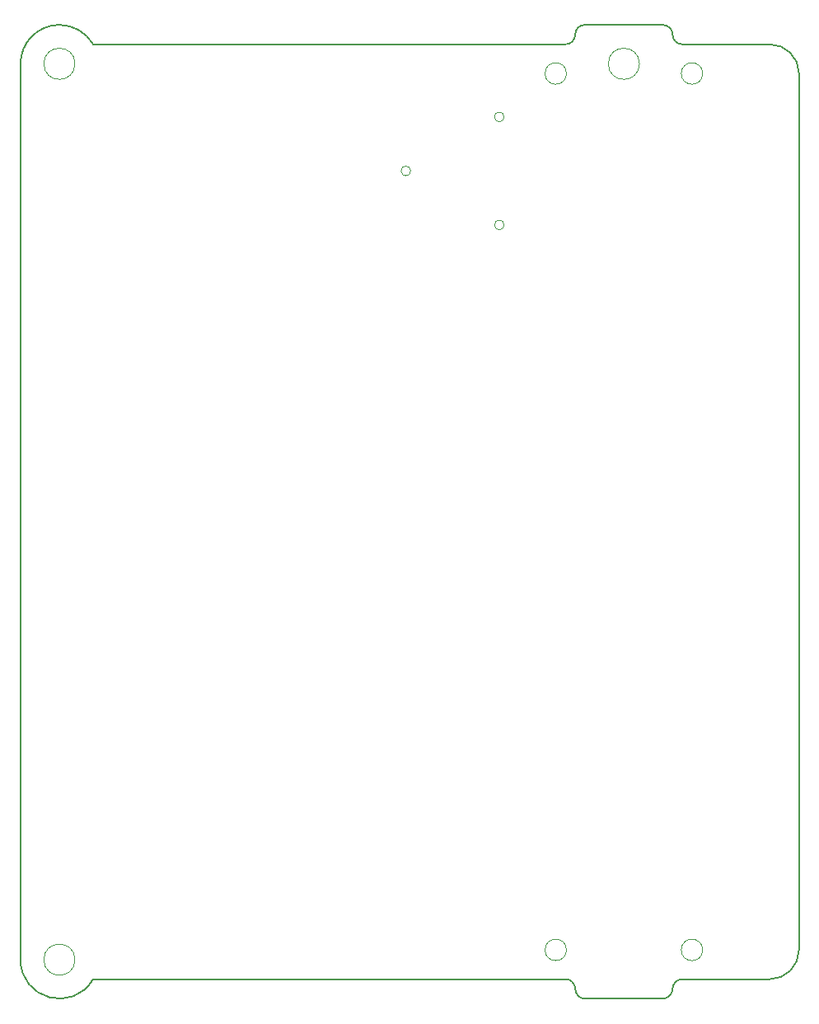
<source format=gbr>
%TF.GenerationSoftware,KiCad,Pcbnew,9.0.5*%
%TF.CreationDate,2025-10-31T11:51:33+03:00*%
%TF.ProjectId,PMCPU-LLP,504d4350-552d-44c4-9c50-2e6b69636164,rev?*%
%TF.SameCoordinates,Original*%
%TF.FileFunction,Profile,NP*%
%FSLAX46Y46*%
G04 Gerber Fmt 4.6, Leading zero omitted, Abs format (unit mm)*
G04 Created by KiCad (PCBNEW 9.0.5) date 2025-10-31 11:51:33*
%MOMM*%
%LPD*%
G01*
G04 APERTURE LIST*
%TA.AperFunction,Profile*%
%ADD10C,0.200000*%
%TD*%
%TA.AperFunction,Profile*%
%ADD11C,0.050000*%
%TD*%
G04 APERTURE END LIST*
D10*
X27000000Y-49000000D02*
G75*
G02*
X28000000Y-48000000I1000000J0D01*
G01*
X-32527027Y48000000D02*
X16000000Y48000000D01*
X37000000Y48000000D02*
X28000000Y48000000D01*
X-40000000Y46000000D02*
X-40000000Y-46000000D01*
X-36000000Y50000000D02*
G75*
G02*
X-32533686Y47996164I0J-4000000D01*
G01*
X26000000Y50000000D02*
X18000000Y50000000D01*
X17000000Y49000000D02*
G75*
G02*
X18000000Y50000000I1000000J0D01*
G01*
X18000000Y-50000000D02*
G75*
G02*
X17000000Y-49000000I0J1000000D01*
G01*
X16000000Y-48000000D02*
X-32535900Y-48000000D01*
X28000000Y-48000000D02*
X37000000Y-48000000D01*
X-32535899Y-48000000D02*
G75*
G02*
X-39999999Y-46000000I-3464101J2000000D01*
G01*
X26000000Y50000000D02*
G75*
G02*
X27000000Y49000000I0J-1000000D01*
G01*
X28000000Y48000000D02*
G75*
G02*
X27000000Y49000000I0J1000000D01*
G01*
X40000000Y-45000000D02*
G75*
G02*
X37000000Y-48000000I-3000000J0D01*
G01*
X18000000Y-50000000D02*
X26000000Y-50000000D01*
X40000000Y45000000D02*
X40000000Y-45000000D01*
X27000000Y-49000000D02*
G75*
G02*
X26000000Y-50000000I-1000000J0D01*
G01*
X17000000Y49000000D02*
G75*
G02*
X16000000Y48000000I-1000000J0D01*
G01*
X37000000Y48000000D02*
G75*
G02*
X40000000Y45000000I0J-3000000D01*
G01*
X-40000000Y46000000D02*
G75*
G02*
X-36000000Y50000000I4000000J0D01*
G01*
X16000000Y-48000000D02*
G75*
G02*
X17000000Y-49000000I0J-1000000D01*
G01*
D11*
%TO.C,J1*%
X100000Y35000000D02*
G75*
G02*
X-900000Y35000000I-500000J0D01*
G01*
X-900000Y35000000D02*
G75*
G02*
X100000Y35000000I500000J0D01*
G01*
X9700000Y40550000D02*
G75*
G02*
X8700000Y40550000I-500000J0D01*
G01*
X8700000Y40550000D02*
G75*
G02*
X9700000Y40550000I500000J0D01*
G01*
X9700000Y29450000D02*
G75*
G02*
X8700000Y29450000I-500000J0D01*
G01*
X8700000Y29450000D02*
G75*
G02*
X9700000Y29450000I500000J0D01*
G01*
%TO.C,H3*%
X23600000Y46000000D02*
G75*
G02*
X20400000Y46000000I-1600000J0D01*
G01*
X20400000Y46000000D02*
G75*
G02*
X23600000Y46000000I1600000J0D01*
G01*
%TO.C,SP1*%
X16100000Y45000000D02*
G75*
G02*
X13900000Y45000000I-1100000J0D01*
G01*
X13900000Y45000000D02*
G75*
G02*
X16100000Y45000000I1100000J0D01*
G01*
X16100000Y-45000000D02*
G75*
G02*
X13900000Y-45000000I-1100000J0D01*
G01*
X13900000Y-45000000D02*
G75*
G02*
X16100000Y-45000000I1100000J0D01*
G01*
X30100000Y45000000D02*
G75*
G02*
X27900000Y45000000I-1100000J0D01*
G01*
X27900000Y45000000D02*
G75*
G02*
X30100000Y45000000I1100000J0D01*
G01*
X30100000Y-45000000D02*
G75*
G02*
X27900000Y-45000000I-1100000J0D01*
G01*
X27900000Y-45000000D02*
G75*
G02*
X30100000Y-45000000I1100000J0D01*
G01*
%TO.C,H2*%
X-34400000Y46000000D02*
G75*
G02*
X-37600000Y46000000I-1600000J0D01*
G01*
X-37600000Y46000000D02*
G75*
G02*
X-34400000Y46000000I1600000J0D01*
G01*
%TO.C,H1*%
X-34400000Y-46000000D02*
G75*
G02*
X-37600000Y-46000000I-1600000J0D01*
G01*
X-37600000Y-46000000D02*
G75*
G02*
X-34400000Y-46000000I1600000J0D01*
G01*
%TD*%
M02*

</source>
